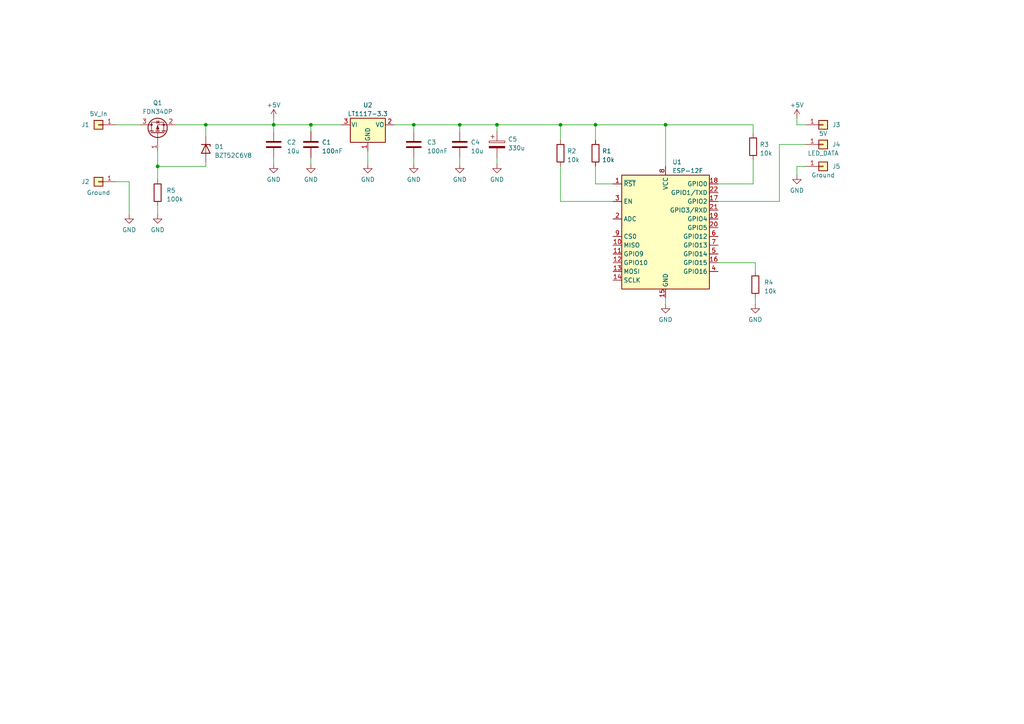
<source format=kicad_sch>
(kicad_sch (version 20230121) (generator eeschema)

  (uuid 870888b6-df15-4d73-be17-6f156e00007c)

  (paper "A4")

  (lib_symbols
    (symbol "Connector_Generic:Conn_01x01" (pin_names (offset 1.016) hide) (in_bom yes) (on_board yes)
      (property "Reference" "J" (at 0 2.54 0)
        (effects (font (size 1.27 1.27)))
      )
      (property "Value" "Conn_01x01" (at 0 -2.54 0)
        (effects (font (size 1.27 1.27)))
      )
      (property "Footprint" "" (at 0 0 0)
        (effects (font (size 1.27 1.27)) hide)
      )
      (property "Datasheet" "~" (at 0 0 0)
        (effects (font (size 1.27 1.27)) hide)
      )
      (property "ki_keywords" "connector" (at 0 0 0)
        (effects (font (size 1.27 1.27)) hide)
      )
      (property "ki_description" "Generic connector, single row, 01x01, script generated (kicad-library-utils/schlib/autogen/connector/)" (at 0 0 0)
        (effects (font (size 1.27 1.27)) hide)
      )
      (property "ki_fp_filters" "Connector*:*_1x??_*" (at 0 0 0)
        (effects (font (size 1.27 1.27)) hide)
      )
      (symbol "Conn_01x01_1_1"
        (rectangle (start -1.27 0.127) (end 0 -0.127)
          (stroke (width 0.1524) (type default))
          (fill (type none))
        )
        (rectangle (start -1.27 1.27) (end 1.27 -1.27)
          (stroke (width 0.254) (type default))
          (fill (type background))
        )
        (pin passive line (at -5.08 0 0) (length 3.81)
          (name "Pin_1" (effects (font (size 1.27 1.27))))
          (number "1" (effects (font (size 1.27 1.27))))
        )
      )
    )
    (symbol "Device:C" (pin_numbers hide) (pin_names (offset 0.254)) (in_bom yes) (on_board yes)
      (property "Reference" "C" (at 0.635 2.54 0)
        (effects (font (size 1.27 1.27)) (justify left))
      )
      (property "Value" "C" (at 0.635 -2.54 0)
        (effects (font (size 1.27 1.27)) (justify left))
      )
      (property "Footprint" "" (at 0.9652 -3.81 0)
        (effects (font (size 1.27 1.27)) hide)
      )
      (property "Datasheet" "~" (at 0 0 0)
        (effects (font (size 1.27 1.27)) hide)
      )
      (property "ki_keywords" "cap capacitor" (at 0 0 0)
        (effects (font (size 1.27 1.27)) hide)
      )
      (property "ki_description" "Unpolarized capacitor" (at 0 0 0)
        (effects (font (size 1.27 1.27)) hide)
      )
      (property "ki_fp_filters" "C_*" (at 0 0 0)
        (effects (font (size 1.27 1.27)) hide)
      )
      (symbol "C_0_1"
        (polyline
          (pts
            (xy -2.032 -0.762)
            (xy 2.032 -0.762)
          )
          (stroke (width 0.508) (type default))
          (fill (type none))
        )
        (polyline
          (pts
            (xy -2.032 0.762)
            (xy 2.032 0.762)
          )
          (stroke (width 0.508) (type default))
          (fill (type none))
        )
      )
      (symbol "C_1_1"
        (pin passive line (at 0 3.81 270) (length 2.794)
          (name "~" (effects (font (size 1.27 1.27))))
          (number "1" (effects (font (size 1.27 1.27))))
        )
        (pin passive line (at 0 -3.81 90) (length 2.794)
          (name "~" (effects (font (size 1.27 1.27))))
          (number "2" (effects (font (size 1.27 1.27))))
        )
      )
    )
    (symbol "Device:C_Polarized" (pin_numbers hide) (pin_names (offset 0.254)) (in_bom yes) (on_board yes)
      (property "Reference" "C" (at 0.635 2.54 0)
        (effects (font (size 1.27 1.27)) (justify left))
      )
      (property "Value" "C_Polarized" (at 0.635 -2.54 0)
        (effects (font (size 1.27 1.27)) (justify left))
      )
      (property "Footprint" "" (at 0.9652 -3.81 0)
        (effects (font (size 1.27 1.27)) hide)
      )
      (property "Datasheet" "~" (at 0 0 0)
        (effects (font (size 1.27 1.27)) hide)
      )
      (property "ki_keywords" "cap capacitor" (at 0 0 0)
        (effects (font (size 1.27 1.27)) hide)
      )
      (property "ki_description" "Polarized capacitor" (at 0 0 0)
        (effects (font (size 1.27 1.27)) hide)
      )
      (property "ki_fp_filters" "CP_*" (at 0 0 0)
        (effects (font (size 1.27 1.27)) hide)
      )
      (symbol "C_Polarized_0_1"
        (rectangle (start -2.286 0.508) (end 2.286 1.016)
          (stroke (width 0) (type default))
          (fill (type none))
        )
        (polyline
          (pts
            (xy -1.778 2.286)
            (xy -0.762 2.286)
          )
          (stroke (width 0) (type default))
          (fill (type none))
        )
        (polyline
          (pts
            (xy -1.27 2.794)
            (xy -1.27 1.778)
          )
          (stroke (width 0) (type default))
          (fill (type none))
        )
        (rectangle (start 2.286 -0.508) (end -2.286 -1.016)
          (stroke (width 0) (type default))
          (fill (type outline))
        )
      )
      (symbol "C_Polarized_1_1"
        (pin passive line (at 0 3.81 270) (length 2.794)
          (name "~" (effects (font (size 1.27 1.27))))
          (number "1" (effects (font (size 1.27 1.27))))
        )
        (pin passive line (at 0 -3.81 90) (length 2.794)
          (name "~" (effects (font (size 1.27 1.27))))
          (number "2" (effects (font (size 1.27 1.27))))
        )
      )
    )
    (symbol "Device:R" (pin_numbers hide) (pin_names (offset 0)) (in_bom yes) (on_board yes)
      (property "Reference" "R" (at 2.032 0 90)
        (effects (font (size 1.27 1.27)))
      )
      (property "Value" "R" (at 0 0 90)
        (effects (font (size 1.27 1.27)))
      )
      (property "Footprint" "" (at -1.778 0 90)
        (effects (font (size 1.27 1.27)) hide)
      )
      (property "Datasheet" "~" (at 0 0 0)
        (effects (font (size 1.27 1.27)) hide)
      )
      (property "ki_keywords" "R res resistor" (at 0 0 0)
        (effects (font (size 1.27 1.27)) hide)
      )
      (property "ki_description" "Resistor" (at 0 0 0)
        (effects (font (size 1.27 1.27)) hide)
      )
      (property "ki_fp_filters" "R_*" (at 0 0 0)
        (effects (font (size 1.27 1.27)) hide)
      )
      (symbol "R_0_1"
        (rectangle (start -1.016 -2.54) (end 1.016 2.54)
          (stroke (width 0.254) (type default))
          (fill (type none))
        )
      )
      (symbol "R_1_1"
        (pin passive line (at 0 3.81 270) (length 1.27)
          (name "~" (effects (font (size 1.27 1.27))))
          (number "1" (effects (font (size 1.27 1.27))))
        )
        (pin passive line (at 0 -3.81 90) (length 1.27)
          (name "~" (effects (font (size 1.27 1.27))))
          (number "2" (effects (font (size 1.27 1.27))))
        )
      )
    )
    (symbol "Diode:BZT52Bxx" (pin_numbers hide) (pin_names hide) (in_bom yes) (on_board yes)
      (property "Reference" "D" (at 0 2.54 0)
        (effects (font (size 1.27 1.27)))
      )
      (property "Value" "BZT52Bxx" (at 0 -2.54 0)
        (effects (font (size 1.27 1.27)))
      )
      (property "Footprint" "Diode_SMD:D_SOD-123F" (at 0 -4.445 0)
        (effects (font (size 1.27 1.27)) hide)
      )
      (property "Datasheet" "https://diotec.com/tl_files/diotec/files/pdf/datasheets/bzt52b2v4.pdf" (at 0 0 0)
        (effects (font (size 1.27 1.27)) hide)
      )
      (property "ki_keywords" "zener diode" (at 0 0 0)
        (effects (font (size 1.27 1.27)) hide)
      )
      (property "ki_description" "500mW Zener Diode, SOD-123F" (at 0 0 0)
        (effects (font (size 1.27 1.27)) hide)
      )
      (property "ki_fp_filters" "D?SOD?123F*" (at 0 0 0)
        (effects (font (size 1.27 1.27)) hide)
      )
      (symbol "BZT52Bxx_0_1"
        (polyline
          (pts
            (xy 1.27 0)
            (xy -1.27 0)
          )
          (stroke (width 0) (type default))
          (fill (type none))
        )
        (polyline
          (pts
            (xy -1.27 -1.27)
            (xy -1.27 1.27)
            (xy -0.762 1.27)
          )
          (stroke (width 0.254) (type default))
          (fill (type none))
        )
        (polyline
          (pts
            (xy 1.27 -1.27)
            (xy 1.27 1.27)
            (xy -1.27 0)
            (xy 1.27 -1.27)
          )
          (stroke (width 0.254) (type default))
          (fill (type none))
        )
      )
      (symbol "BZT52Bxx_1_1"
        (pin passive line (at -3.81 0 0) (length 2.54)
          (name "K" (effects (font (size 1.27 1.27))))
          (number "1" (effects (font (size 1.27 1.27))))
        )
        (pin passive line (at 3.81 0 180) (length 2.54)
          (name "A" (effects (font (size 1.27 1.27))))
          (number "2" (effects (font (size 1.27 1.27))))
        )
      )
    )
    (symbol "RF_Module:ESP-12F" (in_bom yes) (on_board yes)
      (property "Reference" "U" (at -12.7 19.05 0)
        (effects (font (size 1.27 1.27)) (justify left))
      )
      (property "Value" "ESP-12F" (at 12.7 19.05 0)
        (effects (font (size 1.27 1.27)) (justify right))
      )
      (property "Footprint" "RF_Module:ESP-12E" (at 0 0 0)
        (effects (font (size 1.27 1.27)) hide)
      )
      (property "Datasheet" "http://wiki.ai-thinker.com/_media/esp8266/esp8266_series_modules_user_manual_v1.1.pdf" (at -8.89 2.54 0)
        (effects (font (size 1.27 1.27)) hide)
      )
      (property "ki_keywords" "802.11 Wi-Fi" (at 0 0 0)
        (effects (font (size 1.27 1.27)) hide)
      )
      (property "ki_description" "802.11 b/g/n Wi-Fi Module" (at 0 0 0)
        (effects (font (size 1.27 1.27)) hide)
      )
      (property "ki_fp_filters" "ESP?12*" (at 0 0 0)
        (effects (font (size 1.27 1.27)) hide)
      )
      (symbol "ESP-12F_0_1"
        (rectangle (start -12.7 17.78) (end 12.7 -15.24)
          (stroke (width 0.254) (type default))
          (fill (type background))
        )
      )
      (symbol "ESP-12F_1_1"
        (pin input line (at -15.24 15.24 0) (length 2.54)
          (name "~{RST}" (effects (font (size 1.27 1.27))))
          (number "1" (effects (font (size 1.27 1.27))))
        )
        (pin bidirectional line (at -15.24 -2.54 0) (length 2.54)
          (name "MISO" (effects (font (size 1.27 1.27))))
          (number "10" (effects (font (size 1.27 1.27))))
        )
        (pin bidirectional line (at -15.24 -5.08 0) (length 2.54)
          (name "GPIO9" (effects (font (size 1.27 1.27))))
          (number "11" (effects (font (size 1.27 1.27))))
        )
        (pin bidirectional line (at -15.24 -7.62 0) (length 2.54)
          (name "GPIO10" (effects (font (size 1.27 1.27))))
          (number "12" (effects (font (size 1.27 1.27))))
        )
        (pin bidirectional line (at -15.24 -10.16 0) (length 2.54)
          (name "MOSI" (effects (font (size 1.27 1.27))))
          (number "13" (effects (font (size 1.27 1.27))))
        )
        (pin bidirectional line (at -15.24 -12.7 0) (length 2.54)
          (name "SCLK" (effects (font (size 1.27 1.27))))
          (number "14" (effects (font (size 1.27 1.27))))
        )
        (pin power_in line (at 0 -17.78 90) (length 2.54)
          (name "GND" (effects (font (size 1.27 1.27))))
          (number "15" (effects (font (size 1.27 1.27))))
        )
        (pin bidirectional line (at 15.24 -7.62 180) (length 2.54)
          (name "GPIO15" (effects (font (size 1.27 1.27))))
          (number "16" (effects (font (size 1.27 1.27))))
        )
        (pin bidirectional line (at 15.24 10.16 180) (length 2.54)
          (name "GPIO2" (effects (font (size 1.27 1.27))))
          (number "17" (effects (font (size 1.27 1.27))))
        )
        (pin bidirectional line (at 15.24 15.24 180) (length 2.54)
          (name "GPIO0" (effects (font (size 1.27 1.27))))
          (number "18" (effects (font (size 1.27 1.27))))
        )
        (pin bidirectional line (at 15.24 5.08 180) (length 2.54)
          (name "GPIO4" (effects (font (size 1.27 1.27))))
          (number "19" (effects (font (size 1.27 1.27))))
        )
        (pin input line (at -15.24 5.08 0) (length 2.54)
          (name "ADC" (effects (font (size 1.27 1.27))))
          (number "2" (effects (font (size 1.27 1.27))))
        )
        (pin bidirectional line (at 15.24 2.54 180) (length 2.54)
          (name "GPIO5" (effects (font (size 1.27 1.27))))
          (number "20" (effects (font (size 1.27 1.27))))
        )
        (pin bidirectional line (at 15.24 7.62 180) (length 2.54)
          (name "GPIO3/RXD" (effects (font (size 1.27 1.27))))
          (number "21" (effects (font (size 1.27 1.27))))
        )
        (pin bidirectional line (at 15.24 12.7 180) (length 2.54)
          (name "GPIO1/TXD" (effects (font (size 1.27 1.27))))
          (number "22" (effects (font (size 1.27 1.27))))
        )
        (pin input line (at -15.24 10.16 0) (length 2.54)
          (name "EN" (effects (font (size 1.27 1.27))))
          (number "3" (effects (font (size 1.27 1.27))))
        )
        (pin bidirectional line (at 15.24 -10.16 180) (length 2.54)
          (name "GPIO16" (effects (font (size 1.27 1.27))))
          (number "4" (effects (font (size 1.27 1.27))))
        )
        (pin bidirectional line (at 15.24 -5.08 180) (length 2.54)
          (name "GPIO14" (effects (font (size 1.27 1.27))))
          (number "5" (effects (font (size 1.27 1.27))))
        )
        (pin bidirectional line (at 15.24 0 180) (length 2.54)
          (name "GPIO12" (effects (font (size 1.27 1.27))))
          (number "6" (effects (font (size 1.27 1.27))))
        )
        (pin bidirectional line (at 15.24 -2.54 180) (length 2.54)
          (name "GPIO13" (effects (font (size 1.27 1.27))))
          (number "7" (effects (font (size 1.27 1.27))))
        )
        (pin power_in line (at 0 20.32 270) (length 2.54)
          (name "VCC" (effects (font (size 1.27 1.27))))
          (number "8" (effects (font (size 1.27 1.27))))
        )
        (pin input line (at -15.24 0 0) (length 2.54)
          (name "CS0" (effects (font (size 1.27 1.27))))
          (number "9" (effects (font (size 1.27 1.27))))
        )
      )
    )
    (symbol "Regulator_Linear:LT1117-3.3" (pin_names (offset 0.254)) (in_bom yes) (on_board yes)
      (property "Reference" "U" (at -3.81 3.175 0)
        (effects (font (size 1.27 1.27)))
      )
      (property "Value" "LT1117-3.3" (at 0 3.175 0)
        (effects (font (size 1.27 1.27)) (justify left))
      )
      (property "Footprint" "" (at 0 0 0)
        (effects (font (size 1.27 1.27)) hide)
      )
      (property "Datasheet" "https://www.analog.com/media/en/technical-documentation/data-sheets/1117fd.pdf" (at 0 0 0)
        (effects (font (size 1.27 1.27)) hide)
      )
      (property "ki_keywords" "linear regulator ldo fixed positive" (at 0 0 0)
        (effects (font (size 1.27 1.27)) hide)
      )
      (property "ki_description" "800mA Low-Dropout Linear Regulator, 3.3V fixed output, SOT-223/TO-263" (at 0 0 0)
        (effects (font (size 1.27 1.27)) hide)
      )
      (property "ki_fp_filters" "SOT?223* TO?263*" (at 0 0 0)
        (effects (font (size 1.27 1.27)) hide)
      )
      (symbol "LT1117-3.3_0_1"
        (rectangle (start -5.08 -5.08) (end 5.08 1.905)
          (stroke (width 0.254) (type default))
          (fill (type background))
        )
      )
      (symbol "LT1117-3.3_1_1"
        (pin power_in line (at 0 -7.62 90) (length 2.54)
          (name "GND" (effects (font (size 1.27 1.27))))
          (number "1" (effects (font (size 1.27 1.27))))
        )
        (pin power_out line (at 7.62 0 180) (length 2.54)
          (name "VO" (effects (font (size 1.27 1.27))))
          (number "2" (effects (font (size 1.27 1.27))))
        )
        (pin power_in line (at -7.62 0 0) (length 2.54)
          (name "VI" (effects (font (size 1.27 1.27))))
          (number "3" (effects (font (size 1.27 1.27))))
        )
      )
    )
    (symbol "Transistor_FET:FDN340P" (pin_names hide) (in_bom yes) (on_board yes)
      (property "Reference" "Q" (at 5.08 1.905 0)
        (effects (font (size 1.27 1.27)) (justify left))
      )
      (property "Value" "FDN340P" (at 5.08 0 0)
        (effects (font (size 1.27 1.27)) (justify left))
      )
      (property "Footprint" "Package_TO_SOT_SMD:SOT-23" (at 5.08 -1.905 0)
        (effects (font (size 1.27 1.27) italic) (justify left) hide)
      )
      (property "Datasheet" "https://www.onsemi.com/pub/Collateral/FDN340P-D.PDF" (at 0 0 0)
        (effects (font (size 1.27 1.27)) (justify left) hide)
      )
      (property "ki_keywords" "P-Channel MOSFET" (at 0 0 0)
        (effects (font (size 1.27 1.27)) hide)
      )
      (property "ki_description" "2A Id, 20V Vds, P-Channel MOSFET, 70mOhm Ron, SOT-23" (at 0 0 0)
        (effects (font (size 1.27 1.27)) hide)
      )
      (property "ki_fp_filters" "SOT?23*" (at 0 0 0)
        (effects (font (size 1.27 1.27)) hide)
      )
      (symbol "FDN340P_0_1"
        (polyline
          (pts
            (xy 0.254 0)
            (xy -2.54 0)
          )
          (stroke (width 0) (type default))
          (fill (type none))
        )
        (polyline
          (pts
            (xy 0.254 1.905)
            (xy 0.254 -1.905)
          )
          (stroke (width 0.254) (type default))
          (fill (type none))
        )
        (polyline
          (pts
            (xy 0.762 -1.27)
            (xy 0.762 -2.286)
          )
          (stroke (width 0.254) (type default))
          (fill (type none))
        )
        (polyline
          (pts
            (xy 0.762 0.508)
            (xy 0.762 -0.508)
          )
          (stroke (width 0.254) (type default))
          (fill (type none))
        )
        (polyline
          (pts
            (xy 0.762 2.286)
            (xy 0.762 1.27)
          )
          (stroke (width 0.254) (type default))
          (fill (type none))
        )
        (polyline
          (pts
            (xy 2.54 2.54)
            (xy 2.54 1.778)
          )
          (stroke (width 0) (type default))
          (fill (type none))
        )
        (polyline
          (pts
            (xy 2.54 -2.54)
            (xy 2.54 0)
            (xy 0.762 0)
          )
          (stroke (width 0) (type default))
          (fill (type none))
        )
        (polyline
          (pts
            (xy 0.762 1.778)
            (xy 3.302 1.778)
            (xy 3.302 -1.778)
            (xy 0.762 -1.778)
          )
          (stroke (width 0) (type default))
          (fill (type none))
        )
        (polyline
          (pts
            (xy 2.286 0)
            (xy 1.27 0.381)
            (xy 1.27 -0.381)
            (xy 2.286 0)
          )
          (stroke (width 0) (type default))
          (fill (type outline))
        )
        (polyline
          (pts
            (xy 2.794 -0.508)
            (xy 2.921 -0.381)
            (xy 3.683 -0.381)
            (xy 3.81 -0.254)
          )
          (stroke (width 0) (type default))
          (fill (type none))
        )
        (polyline
          (pts
            (xy 3.302 -0.381)
            (xy 2.921 0.254)
            (xy 3.683 0.254)
            (xy 3.302 -0.381)
          )
          (stroke (width 0) (type default))
          (fill (type none))
        )
        (circle (center 1.651 0) (radius 2.794)
          (stroke (width 0.254) (type default))
          (fill (type none))
        )
        (circle (center 2.54 -1.778) (radius 0.254)
          (stroke (width 0) (type default))
          (fill (type outline))
        )
        (circle (center 2.54 1.778) (radius 0.254)
          (stroke (width 0) (type default))
          (fill (type outline))
        )
      )
      (symbol "FDN340P_1_1"
        (pin input line (at -5.08 0 0) (length 2.54)
          (name "G" (effects (font (size 1.27 1.27))))
          (number "1" (effects (font (size 1.27 1.27))))
        )
        (pin passive line (at 2.54 -5.08 90) (length 2.54)
          (name "S" (effects (font (size 1.27 1.27))))
          (number "2" (effects (font (size 1.27 1.27))))
        )
        (pin passive line (at 2.54 5.08 270) (length 2.54)
          (name "D" (effects (font (size 1.27 1.27))))
          (number "3" (effects (font (size 1.27 1.27))))
        )
      )
    )
    (symbol "power:+5V" (power) (pin_names (offset 0)) (in_bom yes) (on_board yes)
      (property "Reference" "#PWR" (at 0 -3.81 0)
        (effects (font (size 1.27 1.27)) hide)
      )
      (property "Value" "+5V" (at 0 3.556 0)
        (effects (font (size 1.27 1.27)))
      )
      (property "Footprint" "" (at 0 0 0)
        (effects (font (size 1.27 1.27)) hide)
      )
      (property "Datasheet" "" (at 0 0 0)
        (effects (font (size 1.27 1.27)) hide)
      )
      (property "ki_keywords" "global power" (at 0 0 0)
        (effects (font (size 1.27 1.27)) hide)
      )
      (property "ki_description" "Power symbol creates a global label with name \"+5V\"" (at 0 0 0)
        (effects (font (size 1.27 1.27)) hide)
      )
      (symbol "+5V_0_1"
        (polyline
          (pts
            (xy -0.762 1.27)
            (xy 0 2.54)
          )
          (stroke (width 0) (type default))
          (fill (type none))
        )
        (polyline
          (pts
            (xy 0 0)
            (xy 0 2.54)
          )
          (stroke (width 0) (type default))
          (fill (type none))
        )
        (polyline
          (pts
            (xy 0 2.54)
            (xy 0.762 1.27)
          )
          (stroke (width 0) (type default))
          (fill (type none))
        )
      )
      (symbol "+5V_1_1"
        (pin power_in line (at 0 0 90) (length 0) hide
          (name "+5V" (effects (font (size 1.27 1.27))))
          (number "1" (effects (font (size 1.27 1.27))))
        )
      )
    )
    (symbol "power:GND" (power) (pin_names (offset 0)) (in_bom yes) (on_board yes)
      (property "Reference" "#PWR" (at 0 -6.35 0)
        (effects (font (size 1.27 1.27)) hide)
      )
      (property "Value" "GND" (at 0 -3.81 0)
        (effects (font (size 1.27 1.27)))
      )
      (property "Footprint" "" (at 0 0 0)
        (effects (font (size 1.27 1.27)) hide)
      )
      (property "Datasheet" "" (at 0 0 0)
        (effects (font (size 1.27 1.27)) hide)
      )
      (property "ki_keywords" "global power" (at 0 0 0)
        (effects (font (size 1.27 1.27)) hide)
      )
      (property "ki_description" "Power symbol creates a global label with name \"GND\" , ground" (at 0 0 0)
        (effects (font (size 1.27 1.27)) hide)
      )
      (symbol "GND_0_1"
        (polyline
          (pts
            (xy 0 0)
            (xy 0 -1.27)
            (xy 1.27 -1.27)
            (xy 0 -2.54)
            (xy -1.27 -1.27)
            (xy 0 -1.27)
          )
          (stroke (width 0) (type default))
          (fill (type none))
        )
      )
      (symbol "GND_1_1"
        (pin power_in line (at 0 0 270) (length 0) hide
          (name "GND" (effects (font (size 1.27 1.27))))
          (number "1" (effects (font (size 1.27 1.27))))
        )
      )
    )
  )

  (junction (at 59.69 36.195) (diameter 0) (color 0 0 0 0)
    (uuid 0a6688ec-e741-43b3-861e-92607d88450b)
  )
  (junction (at 172.72 36.195) (diameter 0) (color 0 0 0 0)
    (uuid 1d469170-0e6e-4d67-af9a-30055e50aee0)
  )
  (junction (at 193.04 36.195) (diameter 0) (color 0 0 0 0)
    (uuid 2ef81145-45e5-478f-a658-4d1b134f823e)
  )
  (junction (at 45.72 48.26) (diameter 0) (color 0 0 0 0)
    (uuid 63109140-2d77-4c86-8544-b6eb3beda08c)
  )
  (junction (at 162.56 36.195) (diameter 0) (color 0 0 0 0)
    (uuid 649b38ec-67f1-4345-96a7-23acafc29851)
  )
  (junction (at 90.17 36.195) (diameter 0) (color 0 0 0 0)
    (uuid 6d4c4df8-0e51-4c9e-94f7-c97c21f12ec1)
  )
  (junction (at 79.375 36.195) (diameter 0) (color 0 0 0 0)
    (uuid a4532168-cba7-434e-ba6e-c5cb88a78b20)
  )
  (junction (at 133.35 36.195) (diameter 0) (color 0 0 0 0)
    (uuid aa4784d4-414e-4d05-9532-76ffe4849e54)
  )
  (junction (at 120.015 36.195) (diameter 0) (color 0 0 0 0)
    (uuid b325cd77-3401-4c6a-a4d6-2d77e36c1388)
  )
  (junction (at 144.145 36.195) (diameter 0) (color 0 0 0 0)
    (uuid e8b4eaa1-bd1f-40d4-9dd6-5d57a28f482e)
  )

  (wire (pts (xy 231.14 48.26) (xy 233.68 48.26))
    (stroke (width 0) (type default))
    (uuid 01477afb-5415-4943-953f-358d54583f61)
  )
  (wire (pts (xy 162.56 36.195) (xy 172.72 36.195))
    (stroke (width 0) (type default))
    (uuid 20e3a2df-6d9a-4588-afd7-57e75f516998)
  )
  (wire (pts (xy 79.375 45.72) (xy 79.375 47.625))
    (stroke (width 0) (type default))
    (uuid 26dc63a3-bc52-4667-ac6c-d60b167fad0c)
  )
  (wire (pts (xy 219.075 86.36) (xy 219.075 88.265))
    (stroke (width 0) (type default))
    (uuid 27242a0e-d75f-4916-828d-71d1262dcd66)
  )
  (wire (pts (xy 90.17 36.195) (xy 90.17 38.1))
    (stroke (width 0) (type default))
    (uuid 2af63fe7-d516-4831-8ef6-1fe297f0e3e9)
  )
  (wire (pts (xy 193.04 36.195) (xy 193.04 48.26))
    (stroke (width 0) (type default))
    (uuid 2db5e8b2-b91d-451b-84a6-8ffaaeb966a1)
  )
  (wire (pts (xy 33.655 36.195) (xy 40.64 36.195))
    (stroke (width 0) (type default))
    (uuid 31eeb453-fe5f-42c9-9419-e04cc6e645ea)
  )
  (wire (pts (xy 120.015 36.195) (xy 120.015 38.1))
    (stroke (width 0) (type default))
    (uuid 33127461-581f-46da-8696-a667afe3979c)
  )
  (wire (pts (xy 90.17 36.195) (xy 99.06 36.195))
    (stroke (width 0) (type default))
    (uuid 3ae92bf6-0286-48cb-aa5e-63c4e27f7fe6)
  )
  (wire (pts (xy 177.8 53.34) (xy 172.72 53.34))
    (stroke (width 0) (type default))
    (uuid 3e1a3cf1-5b16-461e-8cbf-e03ebb409f01)
  )
  (wire (pts (xy 133.35 36.195) (xy 144.145 36.195))
    (stroke (width 0) (type default))
    (uuid 42f1bacf-c52a-414e-8a37-0f3600454bbb)
  )
  (wire (pts (xy 120.015 36.195) (xy 133.35 36.195))
    (stroke (width 0) (type default))
    (uuid 52096809-b205-4b27-bab5-916ffd322a11)
  )
  (wire (pts (xy 59.69 46.99) (xy 59.69 48.26))
    (stroke (width 0) (type default))
    (uuid 52681d54-f738-4e73-8e54-30006c57dddb)
  )
  (wire (pts (xy 177.8 58.42) (xy 162.56 58.42))
    (stroke (width 0) (type default))
    (uuid 56e5fc41-c3bc-4ac1-ad8b-bede8aa858cb)
  )
  (wire (pts (xy 218.44 38.735) (xy 218.44 36.195))
    (stroke (width 0) (type default))
    (uuid 5f2bdf48-d8c5-4d30-a6e3-0c1f202ae3ad)
  )
  (wire (pts (xy 193.04 86.36) (xy 193.04 88.265))
    (stroke (width 0) (type default))
    (uuid 627470f0-399c-4c23-afb1-84f9aa568fc5)
  )
  (wire (pts (xy 233.68 36.195) (xy 231.14 36.195))
    (stroke (width 0) (type default))
    (uuid 6540aa62-b736-4d3c-bdc0-f4843928dd7a)
  )
  (wire (pts (xy 37.465 62.23) (xy 37.465 52.705))
    (stroke (width 0) (type default))
    (uuid 67e76ca1-3781-4820-8ba0-aa7ef05584ab)
  )
  (wire (pts (xy 226.06 41.91) (xy 233.68 41.91))
    (stroke (width 0) (type default))
    (uuid 69981d4f-3cd6-4c8c-9cfa-414cc042afc9)
  )
  (wire (pts (xy 114.3 36.195) (xy 120.015 36.195))
    (stroke (width 0) (type default))
    (uuid 6b442296-3e1f-4566-b420-5541698e3915)
  )
  (wire (pts (xy 219.075 76.2) (xy 219.075 78.74))
    (stroke (width 0) (type default))
    (uuid 6b5f2f67-35ed-4412-b1c4-d414d039ffb1)
  )
  (wire (pts (xy 144.145 45.72) (xy 144.145 47.625))
    (stroke (width 0) (type default))
    (uuid 70473339-e4b7-44ba-b849-9f243744d4dc)
  )
  (wire (pts (xy 50.8 36.195) (xy 59.69 36.195))
    (stroke (width 0) (type default))
    (uuid 81df579e-48b5-486e-9ce9-fc64197ab897)
  )
  (wire (pts (xy 59.69 39.37) (xy 59.69 36.195))
    (stroke (width 0) (type default))
    (uuid 8233ad04-edf5-4e33-bfd6-994a9d67a5b5)
  )
  (wire (pts (xy 79.375 34.29) (xy 79.375 36.195))
    (stroke (width 0) (type default))
    (uuid 8a98a985-9e07-4a90-9ecc-3ffb8dcdf3d0)
  )
  (wire (pts (xy 133.35 36.195) (xy 133.35 38.1))
    (stroke (width 0) (type default))
    (uuid 903be4d9-1ef9-4d1b-8b9a-b8ffe6f2a4d1)
  )
  (wire (pts (xy 90.17 45.72) (xy 90.17 47.625))
    (stroke (width 0) (type default))
    (uuid 9a7b9b62-6c4c-4ba7-8562-4ed07f174e7e)
  )
  (wire (pts (xy 172.72 36.195) (xy 193.04 36.195))
    (stroke (width 0) (type default))
    (uuid 9ab99bf7-593f-4856-9673-2ec7bf109030)
  )
  (wire (pts (xy 120.015 45.72) (xy 120.015 47.625))
    (stroke (width 0) (type default))
    (uuid 9ecc6f15-2c06-4a0c-9cbc-f6d8e4a7f0d7)
  )
  (wire (pts (xy 208.28 53.34) (xy 218.44 53.34))
    (stroke (width 0) (type default))
    (uuid a4ef6bee-4f4e-44d6-89d7-1618cfc6632b)
  )
  (wire (pts (xy 133.35 45.72) (xy 133.35 47.625))
    (stroke (width 0) (type default))
    (uuid a69d0db2-f4b7-49eb-855d-d93d56b492f9)
  )
  (wire (pts (xy 162.56 36.195) (xy 162.56 40.64))
    (stroke (width 0) (type default))
    (uuid a74845d1-584b-4f86-975f-b68ef221dfc2)
  )
  (wire (pts (xy 162.56 58.42) (xy 162.56 48.26))
    (stroke (width 0) (type default))
    (uuid ab0e52ae-d93d-421f-8fae-ca68075c5ffb)
  )
  (wire (pts (xy 79.375 36.195) (xy 90.17 36.195))
    (stroke (width 0) (type default))
    (uuid ab4b8864-fd14-4a2c-9499-87e76a96f925)
  )
  (wire (pts (xy 45.72 59.69) (xy 45.72 62.23))
    (stroke (width 0) (type default))
    (uuid af3237f4-e6e2-4f4b-8ebf-ee3435730581)
  )
  (wire (pts (xy 172.72 36.195) (xy 172.72 40.64))
    (stroke (width 0) (type default))
    (uuid b15157c7-c4a4-41b6-93e3-b5470897ec66)
  )
  (wire (pts (xy 45.72 43.815) (xy 45.72 48.26))
    (stroke (width 0) (type default))
    (uuid b2624d3f-4fe2-4d0c-a397-66d23acf1dff)
  )
  (wire (pts (xy 218.44 53.34) (xy 218.44 46.355))
    (stroke (width 0) (type default))
    (uuid bb3fb3c9-6d2a-41c7-ba5e-310be0bac2d3)
  )
  (wire (pts (xy 37.465 52.705) (xy 33.655 52.705))
    (stroke (width 0) (type default))
    (uuid bd9f020c-2f54-4716-a5aa-e7a4f8dbe8e5)
  )
  (wire (pts (xy 79.375 36.195) (xy 79.375 38.1))
    (stroke (width 0) (type default))
    (uuid be8da317-af60-4b48-af92-1faa49d45e78)
  )
  (wire (pts (xy 106.68 43.815) (xy 106.68 47.625))
    (stroke (width 0) (type default))
    (uuid ca61c0c9-b956-4320-ba9c-5c6b3f9a791b)
  )
  (wire (pts (xy 59.69 48.26) (xy 45.72 48.26))
    (stroke (width 0) (type default))
    (uuid cbed473c-39b0-4e0d-b5d6-dddbe2110a59)
  )
  (wire (pts (xy 172.72 53.34) (xy 172.72 48.26))
    (stroke (width 0) (type default))
    (uuid d03563ad-c4d2-4f4f-8c5b-a6bfc935fe50)
  )
  (wire (pts (xy 144.145 36.195) (xy 144.145 38.1))
    (stroke (width 0) (type default))
    (uuid d50d0ae2-14b0-4c76-975b-194392181807)
  )
  (wire (pts (xy 226.06 58.42) (xy 226.06 41.91))
    (stroke (width 0) (type default))
    (uuid d58f73bd-be89-4204-bae3-8f8c17986d7a)
  )
  (wire (pts (xy 208.28 58.42) (xy 226.06 58.42))
    (stroke (width 0) (type default))
    (uuid d5fe200d-3626-4f70-80ad-9be712127e86)
  )
  (wire (pts (xy 45.72 48.26) (xy 45.72 52.07))
    (stroke (width 0) (type default))
    (uuid da14c559-8261-4013-87dc-38b1d8003df0)
  )
  (wire (pts (xy 59.69 36.195) (xy 79.375 36.195))
    (stroke (width 0) (type default))
    (uuid ed600c76-8873-4612-9873-b38ce79fe5e5)
  )
  (wire (pts (xy 218.44 36.195) (xy 193.04 36.195))
    (stroke (width 0) (type default))
    (uuid ef709048-d581-49c8-a096-555431dd85ea)
  )
  (wire (pts (xy 231.14 36.195) (xy 231.14 34.29))
    (stroke (width 0) (type default))
    (uuid f11f9fa2-626a-4ac6-8f1a-19e49460c169)
  )
  (wire (pts (xy 144.145 36.195) (xy 162.56 36.195))
    (stroke (width 0) (type default))
    (uuid f2592efe-a535-43b1-9f76-0d4fde007314)
  )
  (wire (pts (xy 208.28 76.2) (xy 219.075 76.2))
    (stroke (width 0) (type default))
    (uuid fce48b13-13cb-41cb-9c49-a24ec86b0770)
  )
  (wire (pts (xy 231.14 50.8) (xy 231.14 48.26))
    (stroke (width 0) (type default))
    (uuid fcfbf7ff-c0fe-4a06-8525-e8d507dd666c)
  )

  (symbol (lib_id "Connector_Generic:Conn_01x01") (at 238.76 48.26 0) (mirror x) (unit 1)
    (in_bom yes) (on_board yes) (dnp no)
    (uuid 028cb04d-db86-409f-85f2-33c4aa1de55d)
    (property "Reference" "J5" (at 242.57 48.26 0)
      (effects (font (size 1.27 1.27)))
    )
    (property "Value" "Ground" (at 238.76 50.8 0)
      (effects (font (size 1.27 1.27)))
    )
    (property "Footprint" "Connector_PinSocket_2.54mm:PinSocket_1x01_P2.54mm_Vertical" (at 238.76 48.26 0)
      (effects (font (size 1.27 1.27)) hide)
    )
    (property "Datasheet" "~" (at 238.76 48.26 0)
      (effects (font (size 1.27 1.27)) hide)
    )
    (property "Mouser" "N/A" (at 238.76 48.26 0)
      (effects (font (size 1.27 1.27)) hide)
    )
    (pin "1" (uuid b2d1d700-90dd-4347-aa0a-15c4d0a676b0))
    (instances
      (project "InfinitiMirror"
        (path "/870888b6-df15-4d73-be17-6f156e00007c"
          (reference "J5") (unit 1)
        )
      )
    )
  )

  (symbol (lib_id "power:GND") (at 133.35 47.625 0) (unit 1)
    (in_bom yes) (on_board yes) (dnp no) (fields_autoplaced)
    (uuid 02928a98-162f-4ca9-9d24-fd5139a6895c)
    (property "Reference" "#PWR05" (at 133.35 53.975 0)
      (effects (font (size 1.27 1.27)) hide)
    )
    (property "Value" "GND" (at 133.35 52.07 0)
      (effects (font (size 1.27 1.27)))
    )
    (property "Footprint" "" (at 133.35 47.625 0)
      (effects (font (size 1.27 1.27)) hide)
    )
    (property "Datasheet" "" (at 133.35 47.625 0)
      (effects (font (size 1.27 1.27)) hide)
    )
    (pin "1" (uuid eeaff8b2-af75-4337-a5ae-67ec2ffce794))
    (instances
      (project "InfinitiMirror"
        (path "/870888b6-df15-4d73-be17-6f156e00007c"
          (reference "#PWR05") (unit 1)
        )
      )
    )
  )

  (symbol (lib_id "Device:C") (at 90.17 41.91 0) (unit 1)
    (in_bom yes) (on_board yes) (dnp no) (fields_autoplaced)
    (uuid 07033fec-3cb6-4360-b827-a3646a78acca)
    (property "Reference" "C1" (at 93.345 41.275 0)
      (effects (font (size 1.27 1.27)) (justify left))
    )
    (property "Value" "100nF" (at 93.345 43.815 0)
      (effects (font (size 1.27 1.27)) (justify left))
    )
    (property "Footprint" "Capacitor_SMD:C_0805_2012Metric" (at 91.1352 45.72 0)
      (effects (font (size 1.27 1.27)) hide)
    )
    (property "Datasheet" "~" (at 90.17 41.91 0)
      (effects (font (size 1.27 1.27)) hide)
    )
    (property "Mouser" "CL21B104KBCNNNL" (at 90.17 41.91 0)
      (effects (font (size 1.27 1.27)) hide)
    )
    (pin "1" (uuid b9c4aa3a-1f05-45c6-9faf-881496676d72))
    (pin "2" (uuid 2f0ffd97-ce3f-4be9-89d0-ae9c8f57a476))
    (instances
      (project "InfinitiMirror"
        (path "/870888b6-df15-4d73-be17-6f156e00007c"
          (reference "C1") (unit 1)
        )
      )
    )
  )

  (symbol (lib_id "power:GND") (at 37.465 62.23 0) (unit 1)
    (in_bom yes) (on_board yes) (dnp no) (fields_autoplaced)
    (uuid 179fa025-7288-4b06-a599-92940eb923f4)
    (property "Reference" "#PWR07" (at 37.465 68.58 0)
      (effects (font (size 1.27 1.27)) hide)
    )
    (property "Value" "GND" (at 37.465 66.675 0)
      (effects (font (size 1.27 1.27)))
    )
    (property "Footprint" "" (at 37.465 62.23 0)
      (effects (font (size 1.27 1.27)) hide)
    )
    (property "Datasheet" "" (at 37.465 62.23 0)
      (effects (font (size 1.27 1.27)) hide)
    )
    (pin "1" (uuid dbbe22dc-cfd2-4154-83fd-0583506697a6))
    (instances
      (project "InfinitiMirror"
        (path "/870888b6-df15-4d73-be17-6f156e00007c"
          (reference "#PWR07") (unit 1)
        )
      )
    )
  )

  (symbol (lib_id "Connector_Generic:Conn_01x01") (at 28.575 52.705 180) (unit 1)
    (in_bom yes) (on_board yes) (dnp no)
    (uuid 2128119c-fcda-44bf-b4c7-77c0ec78e8cb)
    (property "Reference" "J2" (at 24.765 52.705 0)
      (effects (font (size 1.27 1.27)))
    )
    (property "Value" "Ground" (at 28.575 55.88 0)
      (effects (font (size 1.27 1.27)))
    )
    (property "Footprint" "Connector_PinSocket_2.54mm:PinSocket_1x01_P2.54mm_Vertical" (at 28.575 52.705 0)
      (effects (font (size 1.27 1.27)) hide)
    )
    (property "Datasheet" "~" (at 28.575 52.705 0)
      (effects (font (size 1.27 1.27)) hide)
    )
    (property "Mouser" "N/A" (at 28.575 52.705 0)
      (effects (font (size 1.27 1.27)) hide)
    )
    (pin "1" (uuid d5a7e1b6-9d86-45fe-8c5e-33b9ce83f653))
    (instances
      (project "InfinitiMirror"
        (path "/870888b6-df15-4d73-be17-6f156e00007c"
          (reference "J2") (unit 1)
        )
      )
    )
  )

  (symbol (lib_id "Device:R") (at 172.72 44.45 0) (unit 1)
    (in_bom yes) (on_board yes) (dnp no) (fields_autoplaced)
    (uuid 2777e98f-2f49-44c6-925b-32f909ed090e)
    (property "Reference" "R1" (at 174.625 43.815 0)
      (effects (font (size 1.27 1.27)) (justify left))
    )
    (property "Value" "10k" (at 174.625 46.355 0)
      (effects (font (size 1.27 1.27)) (justify left))
    )
    (property "Footprint" "Resistor_SMD:R_0805_2012Metric" (at 170.942 44.45 90)
      (effects (font (size 1.27 1.27)) hide)
    )
    (property "Datasheet" "~" (at 172.72 44.45 0)
      (effects (font (size 1.27 1.27)) hide)
    )
    (property "Mouser" "CR0805-JW-103ELF" (at 172.72 44.45 0)
      (effects (font (size 1.27 1.27)) hide)
    )
    (pin "1" (uuid 63945d3c-6289-44b2-9c3f-8cc8d64a6356))
    (pin "2" (uuid b477d31a-82cd-4c2d-b801-a7a61a35c5d5))
    (instances
      (project "InfinitiMirror"
        (path "/870888b6-df15-4d73-be17-6f156e00007c"
          (reference "R1") (unit 1)
        )
      )
    )
  )

  (symbol (lib_id "power:GND") (at 144.145 47.625 0) (unit 1)
    (in_bom yes) (on_board yes) (dnp no) (fields_autoplaced)
    (uuid 3d79058a-e3eb-424a-9c04-409bed50f91c)
    (property "Reference" "#PWR06" (at 144.145 53.975 0)
      (effects (font (size 1.27 1.27)) hide)
    )
    (property "Value" "GND" (at 144.145 52.07 0)
      (effects (font (size 1.27 1.27)))
    )
    (property "Footprint" "" (at 144.145 47.625 0)
      (effects (font (size 1.27 1.27)) hide)
    )
    (property "Datasheet" "" (at 144.145 47.625 0)
      (effects (font (size 1.27 1.27)) hide)
    )
    (pin "1" (uuid 386b5639-d41a-473c-b6cf-c0e241981cc4))
    (instances
      (project "InfinitiMirror"
        (path "/870888b6-df15-4d73-be17-6f156e00007c"
          (reference "#PWR06") (unit 1)
        )
      )
    )
  )

  (symbol (lib_id "power:GND") (at 120.015 47.625 0) (unit 1)
    (in_bom yes) (on_board yes) (dnp no) (fields_autoplaced)
    (uuid 489b8a28-4e0f-486d-adaf-d349ff63df45)
    (property "Reference" "#PWR04" (at 120.015 53.975 0)
      (effects (font (size 1.27 1.27)) hide)
    )
    (property "Value" "GND" (at 120.015 52.07 0)
      (effects (font (size 1.27 1.27)))
    )
    (property "Footprint" "" (at 120.015 47.625 0)
      (effects (font (size 1.27 1.27)) hide)
    )
    (property "Datasheet" "" (at 120.015 47.625 0)
      (effects (font (size 1.27 1.27)) hide)
    )
    (pin "1" (uuid a4bc646d-f328-4c18-a16a-166ce1ce48c0))
    (instances
      (project "InfinitiMirror"
        (path "/870888b6-df15-4d73-be17-6f156e00007c"
          (reference "#PWR04") (unit 1)
        )
      )
    )
  )

  (symbol (lib_id "RF_Module:ESP-12F") (at 193.04 68.58 0) (unit 1)
    (in_bom yes) (on_board yes) (dnp no) (fields_autoplaced)
    (uuid 4bd6ae6e-a272-4e23-9319-9889ecb6d2aa)
    (property "Reference" "U1" (at 194.9959 46.99 0)
      (effects (font (size 1.27 1.27)) (justify left))
    )
    (property "Value" "ESP-12F" (at 194.9959 49.53 0)
      (effects (font (size 1.27 1.27)) (justify left))
    )
    (property "Footprint" "RF_Module:ESP-12E" (at 193.04 68.58 0)
      (effects (font (size 1.27 1.27)) hide)
    )
    (property "Datasheet" "http://wiki.ai-thinker.com/_media/esp8266/esp8266_series_modules_user_manual_v1.1.pdf" (at 184.15 66.04 0)
      (effects (font (size 1.27 1.27)) hide)
    )
    (property "Mouser" "Im Labor" (at 193.04 68.58 0)
      (effects (font (size 1.27 1.27)) hide)
    )
    (pin "1" (uuid 093d3624-61fb-4eae-8529-f8e6107b9416))
    (pin "10" (uuid ade53d3c-805a-403c-be82-0a1ecc29f2ce))
    (pin "11" (uuid 5427c99c-be37-4a7b-b59a-062d50bfb245))
    (pin "12" (uuid 6cf7dcac-8fb7-479a-a5cf-f6ca0acabffe))
    (pin "13" (uuid 6b9d9adb-1563-4021-b6a0-0170cceeeb29))
    (pin "14" (uuid ad0cbf7d-5428-4846-b9e4-954f6075b251))
    (pin "15" (uuid 36522ba9-db69-4f04-ad07-0ba47213b3eb))
    (pin "16" (uuid 18f89eb7-b7d6-4ad5-a18e-7946a98d832a))
    (pin "17" (uuid 1f3d8e39-8538-4f14-a439-11ed9edf482c))
    (pin "18" (uuid da2d64b1-3477-4cbd-afbb-b0edfa595159))
    (pin "19" (uuid 08c03b89-fefe-41a0-a40d-211b598a2c62))
    (pin "2" (uuid 028a785c-75e0-4563-aa41-14b2aaf99d9f))
    (pin "20" (uuid 80435a18-8ebe-4add-8ae1-4b9f25c6e668))
    (pin "21" (uuid dc86c3b5-9ddf-470e-bd93-518b75715e21))
    (pin "22" (uuid 971eee25-3e29-4c19-bb84-1547cd68bfee))
    (pin "3" (uuid 4aa95003-4712-45ec-9fc4-121740e076e4))
    (pin "4" (uuid ab337d6d-bb9d-4ca6-b863-c76270a26ab4))
    (pin "5" (uuid 5e579429-4d6e-4018-a13f-9eae8aa09dfd))
    (pin "6" (uuid 61440382-f258-4eed-a991-2f13262bbad9))
    (pin "7" (uuid d8e4d310-3e1d-4842-a222-55039defb8d7))
    (pin "8" (uuid 0f4c66ea-2920-4ac0-be24-86eb0cec9646))
    (pin "9" (uuid 3579d79a-c4df-4104-a36a-03d6ad970328))
    (instances
      (project "InfinitiMirror"
        (path "/870888b6-df15-4d73-be17-6f156e00007c"
          (reference "U1") (unit 1)
        )
      )
    )
  )

  (symbol (lib_id "Connector_Generic:Conn_01x01") (at 28.575 36.195 180) (unit 1)
    (in_bom yes) (on_board yes) (dnp no)
    (uuid 5b8e3784-c986-4635-993c-bf2fc248432a)
    (property "Reference" "J1" (at 24.765 36.195 0)
      (effects (font (size 1.27 1.27)))
    )
    (property "Value" "5V_In" (at 28.575 33.02 0)
      (effects (font (size 1.27 1.27)))
    )
    (property "Footprint" "Connector_PinSocket_2.54mm:PinSocket_1x01_P2.54mm_Vertical" (at 28.575 36.195 0)
      (effects (font (size 1.27 1.27)) hide)
    )
    (property "Datasheet" "~" (at 28.575 36.195 0)
      (effects (font (size 1.27 1.27)) hide)
    )
    (property "Mouser" "N/A" (at 28.575 36.195 0)
      (effects (font (size 1.27 1.27)) hide)
    )
    (pin "1" (uuid 0b8a0eec-d422-4d5b-be0b-5ff1aec0b6bc))
    (instances
      (project "InfinitiMirror"
        (path "/870888b6-df15-4d73-be17-6f156e00007c"
          (reference "J1") (unit 1)
        )
      )
    )
  )

  (symbol (lib_id "power:+5V") (at 79.375 34.29 0) (unit 1)
    (in_bom yes) (on_board yes) (dnp no) (fields_autoplaced)
    (uuid 5ef666f5-510c-48f1-8659-b4c4f9d77e77)
    (property "Reference" "#PWR011" (at 79.375 38.1 0)
      (effects (font (size 1.27 1.27)) hide)
    )
    (property "Value" "+5V" (at 79.375 30.48 0)
      (effects (font (size 1.27 1.27)))
    )
    (property "Footprint" "" (at 79.375 34.29 0)
      (effects (font (size 1.27 1.27)) hide)
    )
    (property "Datasheet" "" (at 79.375 34.29 0)
      (effects (font (size 1.27 1.27)) hide)
    )
    (pin "1" (uuid f7b5de1e-4393-417e-88bb-efd6d12dfccf))
    (instances
      (project "InfinitiMirror"
        (path "/870888b6-df15-4d73-be17-6f156e00007c"
          (reference "#PWR011") (unit 1)
        )
      )
    )
  )

  (symbol (lib_id "Device:R") (at 218.44 42.545 0) (unit 1)
    (in_bom yes) (on_board yes) (dnp no) (fields_autoplaced)
    (uuid 65418a23-a52d-44a8-a964-050fdfb3f7e7)
    (property "Reference" "R3" (at 220.345 41.91 0)
      (effects (font (size 1.27 1.27)) (justify left))
    )
    (property "Value" "10k" (at 220.345 44.45 0)
      (effects (font (size 1.27 1.27)) (justify left))
    )
    (property "Footprint" "Resistor_SMD:R_0805_2012Metric" (at 216.662 42.545 90)
      (effects (font (size 1.27 1.27)) hide)
    )
    (property "Datasheet" "~" (at 218.44 42.545 0)
      (effects (font (size 1.27 1.27)) hide)
    )
    (property "Mouser" "CR0805-JW-103ELF" (at 218.44 42.545 0)
      (effects (font (size 1.27 1.27)) hide)
    )
    (pin "1" (uuid e385a4e9-db9c-486c-a4b7-08440a96be83))
    (pin "2" (uuid d711cdb9-f1ed-445a-8c93-3311be42c244))
    (instances
      (project "InfinitiMirror"
        (path "/870888b6-df15-4d73-be17-6f156e00007c"
          (reference "R3") (unit 1)
        )
      )
    )
  )

  (symbol (lib_id "Connector_Generic:Conn_01x01") (at 238.76 41.91 0) (mirror x) (unit 1)
    (in_bom yes) (on_board yes) (dnp no)
    (uuid 6b47fea6-3be6-47b2-b2fa-2caf89f0296a)
    (property "Reference" "J4" (at 242.57 41.91 0)
      (effects (font (size 1.27 1.27)))
    )
    (property "Value" "LED_DATA" (at 238.76 44.45 0)
      (effects (font (size 1.27 1.27)))
    )
    (property "Footprint" "Connector_PinSocket_2.54mm:PinSocket_1x01_P2.54mm_Vertical" (at 238.76 41.91 0)
      (effects (font (size 1.27 1.27)) hide)
    )
    (property "Datasheet" "~" (at 238.76 41.91 0)
      (effects (font (size 1.27 1.27)) hide)
    )
    (property "Mouser" "N/A" (at 238.76 41.91 0)
      (effects (font (size 1.27 1.27)) hide)
    )
    (pin "1" (uuid 1b21ad02-e266-4799-9416-fd509b2d360d))
    (instances
      (project "InfinitiMirror"
        (path "/870888b6-df15-4d73-be17-6f156e00007c"
          (reference "J4") (unit 1)
        )
      )
    )
  )

  (symbol (lib_id "Device:R") (at 219.075 82.55 0) (unit 1)
    (in_bom yes) (on_board yes) (dnp no) (fields_autoplaced)
    (uuid 789d4c9b-1b63-4ee7-a7e3-51709aafe105)
    (property "Reference" "R4" (at 221.615 81.915 0)
      (effects (font (size 1.27 1.27)) (justify left))
    )
    (property "Value" "10k" (at 221.615 84.455 0)
      (effects (font (size 1.27 1.27)) (justify left))
    )
    (property "Footprint" "Resistor_SMD:R_0805_2012Metric" (at 217.297 82.55 90)
      (effects (font (size 1.27 1.27)) hide)
    )
    (property "Datasheet" "~" (at 219.075 82.55 0)
      (effects (font (size 1.27 1.27)) hide)
    )
    (property "Mouser" "CR0805-JW-103ELF" (at 219.075 82.55 0)
      (effects (font (size 1.27 1.27)) hide)
    )
    (pin "1" (uuid 015bfc67-4815-43ef-826c-ef30041a0a37))
    (pin "2" (uuid 7c1c43b7-c668-408b-b76a-e3e03c02d772))
    (instances
      (project "InfinitiMirror"
        (path "/870888b6-df15-4d73-be17-6f156e00007c"
          (reference "R4") (unit 1)
        )
      )
    )
  )

  (symbol (lib_id "Device:C") (at 120.015 41.91 0) (unit 1)
    (in_bom yes) (on_board yes) (dnp no)
    (uuid 7a621613-5969-4695-862c-1d4b1dbc44a1)
    (property "Reference" "C3" (at 123.825 41.275 0)
      (effects (font (size 1.27 1.27)) (justify left))
    )
    (property "Value" "100nF" (at 123.825 43.815 0)
      (effects (font (size 1.27 1.27)) (justify left))
    )
    (property "Footprint" "Capacitor_SMD:C_0805_2012Metric" (at 120.9802 45.72 0)
      (effects (font (size 1.27 1.27)) hide)
    )
    (property "Datasheet" "~" (at 120.015 41.91 0)
      (effects (font (size 1.27 1.27)) hide)
    )
    (property "Mouser" "CL21B104KBCNNNL" (at 120.015 41.91 0)
      (effects (font (size 1.27 1.27)) hide)
    )
    (pin "1" (uuid 67261244-e050-4fb1-938c-1e0ed797f1d2))
    (pin "2" (uuid 65867e40-7e9c-4da1-aced-463e6ded0832))
    (instances
      (project "InfinitiMirror"
        (path "/870888b6-df15-4d73-be17-6f156e00007c"
          (reference "C3") (unit 1)
        )
      )
    )
  )

  (symbol (lib_id "Device:R") (at 162.56 44.45 0) (unit 1)
    (in_bom yes) (on_board yes) (dnp no) (fields_autoplaced)
    (uuid 800607a7-2650-4de4-8851-57e28b68cc00)
    (property "Reference" "R2" (at 164.465 43.815 0)
      (effects (font (size 1.27 1.27)) (justify left))
    )
    (property "Value" "10k" (at 164.465 46.355 0)
      (effects (font (size 1.27 1.27)) (justify left))
    )
    (property "Footprint" "Resistor_SMD:R_0805_2012Metric" (at 160.782 44.45 90)
      (effects (font (size 1.27 1.27)) hide)
    )
    (property "Datasheet" "~" (at 162.56 44.45 0)
      (effects (font (size 1.27 1.27)) hide)
    )
    (property "Mouser" "CR0805-JW-103ELF" (at 162.56 44.45 0)
      (effects (font (size 1.27 1.27)) hide)
    )
    (pin "1" (uuid 486004bb-cbd1-4e8b-8798-8856c350aba1))
    (pin "2" (uuid 94020d28-fa05-40a3-8468-63e1a62a2bff))
    (instances
      (project "InfinitiMirror"
        (path "/870888b6-df15-4d73-be17-6f156e00007c"
          (reference "R2") (unit 1)
        )
      )
    )
  )

  (symbol (lib_id "power:GND") (at 219.075 88.265 0) (unit 1)
    (in_bom yes) (on_board yes) (dnp no) (fields_autoplaced)
    (uuid 828cf5d5-8a4d-46e4-8f7f-7ec4ff49bdb0)
    (property "Reference" "#PWR09" (at 219.075 94.615 0)
      (effects (font (size 1.27 1.27)) hide)
    )
    (property "Value" "GND" (at 219.075 92.71 0)
      (effects (font (size 1.27 1.27)))
    )
    (property "Footprint" "" (at 219.075 88.265 0)
      (effects (font (size 1.27 1.27)) hide)
    )
    (property "Datasheet" "" (at 219.075 88.265 0)
      (effects (font (size 1.27 1.27)) hide)
    )
    (pin "1" (uuid 5409c850-a124-49fe-aa78-e74ca5215b97))
    (instances
      (project "InfinitiMirror"
        (path "/870888b6-df15-4d73-be17-6f156e00007c"
          (reference "#PWR09") (unit 1)
        )
      )
    )
  )

  (symbol (lib_id "Device:C") (at 133.35 41.91 0) (unit 1)
    (in_bom yes) (on_board yes) (dnp no) (fields_autoplaced)
    (uuid 878b35e7-6db3-457d-9cfe-e0625d39199d)
    (property "Reference" "C4" (at 136.525 41.275 0)
      (effects (font (size 1.27 1.27)) (justify left))
    )
    (property "Value" "10u" (at 136.525 43.815 0)
      (effects (font (size 1.27 1.27)) (justify left))
    )
    (property "Footprint" "Capacitor_SMD:C_1206_3216Metric" (at 134.3152 45.72 0)
      (effects (font (size 1.27 1.27)) hide)
    )
    (property "Datasheet" "~" (at 133.35 41.91 0)
      (effects (font (size 1.27 1.27)) hide)
    )
    (property "Mouser" "CL31A106MAHNNNE" (at 133.35 41.91 0)
      (effects (font (size 1.27 1.27)) hide)
    )
    (pin "1" (uuid 7c6eeafd-a0ff-43ed-a302-6f75e8466986))
    (pin "2" (uuid 80065347-a1d8-42f2-aa40-209ec8534bae))
    (instances
      (project "InfinitiMirror"
        (path "/870888b6-df15-4d73-be17-6f156e00007c"
          (reference "C4") (unit 1)
        )
      )
    )
  )

  (symbol (lib_id "Regulator_Linear:LT1117-3.3") (at 106.68 36.195 0) (unit 1)
    (in_bom yes) (on_board yes) (dnp no) (fields_autoplaced)
    (uuid 8c29e110-9b0f-437a-af56-17c1922dda4b)
    (property "Reference" "U2" (at 106.68 30.48 0)
      (effects (font (size 1.27 1.27)))
    )
    (property "Value" "LT1117-3.3" (at 106.68 33.02 0)
      (effects (font (size 1.27 1.27)))
    )
    (property "Footprint" "Package_TO_SOT_SMD:SOT-223-3_TabPin2" (at 106.68 36.195 0)
      (effects (font (size 1.27 1.27)) hide)
    )
    (property "Datasheet" "https://www.analog.com/media/en/technical-documentation/data-sheets/1117fd.pdf" (at 106.68 36.195 0)
      (effects (font (size 1.27 1.27)) hide)
    )
    (property "Mouser" "Im Labor" (at 106.68 36.195 0)
      (effects (font (size 1.27 1.27)) hide)
    )
    (pin "1" (uuid 3e70828b-6529-41cc-a5c0-a3df63fabb77))
    (pin "2" (uuid 3917eeaa-f9a2-40f9-9cf4-abc90bd92b59))
    (pin "3" (uuid 8ded0292-69ee-4e6c-b31a-aeb5e0e3ea21))
    (instances
      (project "InfinitiMirror"
        (path "/870888b6-df15-4d73-be17-6f156e00007c"
          (reference "U2") (unit 1)
        )
      )
    )
  )

  (symbol (lib_id "power:GND") (at 90.17 47.625 0) (unit 1)
    (in_bom yes) (on_board yes) (dnp no) (fields_autoplaced)
    (uuid a1485223-c519-4258-96ad-55d6843ea775)
    (property "Reference" "#PWR02" (at 90.17 53.975 0)
      (effects (font (size 1.27 1.27)) hide)
    )
    (property "Value" "GND" (at 90.17 52.07 0)
      (effects (font (size 1.27 1.27)))
    )
    (property "Footprint" "" (at 90.17 47.625 0)
      (effects (font (size 1.27 1.27)) hide)
    )
    (property "Datasheet" "" (at 90.17 47.625 0)
      (effects (font (size 1.27 1.27)) hide)
    )
    (pin "1" (uuid d3bbb409-d0d6-4b74-9eb5-555b40d30382))
    (instances
      (project "InfinitiMirror"
        (path "/870888b6-df15-4d73-be17-6f156e00007c"
          (reference "#PWR02") (unit 1)
        )
      )
    )
  )

  (symbol (lib_id "Transistor_FET:FDN340P") (at 45.72 38.735 90) (unit 1)
    (in_bom yes) (on_board yes) (dnp no) (fields_autoplaced)
    (uuid a39b08c2-f137-4557-a38a-8a59e0a5a21c)
    (property "Reference" "Q1" (at 45.72 29.845 90)
      (effects (font (size 1.27 1.27)))
    )
    (property "Value" "FDN340P" (at 45.72 32.385 90)
      (effects (font (size 1.27 1.27)))
    )
    (property "Footprint" "Package_TO_SOT_SMD:SOT-23" (at 47.625 33.655 0)
      (effects (font (size 1.27 1.27) italic) (justify left) hide)
    )
    (property "Datasheet" "https://www.onsemi.com/pub/Collateral/FDN340P-D.PDF" (at 45.72 38.735 0)
      (effects (font (size 1.27 1.27)) (justify left) hide)
    )
    (property "Mouser" "FDN340P" (at 45.72 38.735 0)
      (effects (font (size 1.27 1.27)) hide)
    )
    (pin "1" (uuid 5f6c034f-16e1-4e3e-8384-c381ba9f1d94))
    (pin "2" (uuid 1ebcbb62-a261-4f56-bc9e-2698d698be66))
    (pin "3" (uuid 1454984e-b913-41ef-a331-eee4796e861a))
    (instances
      (project "InfinitiMirror"
        (path "/870888b6-df15-4d73-be17-6f156e00007c"
          (reference "Q1") (unit 1)
        )
      )
    )
  )

  (symbol (lib_id "power:+5V") (at 231.14 34.29 0) (unit 1)
    (in_bom yes) (on_board yes) (dnp no) (fields_autoplaced)
    (uuid a4b8203e-afd2-40e5-bd62-7f8e1f594b07)
    (property "Reference" "#PWR012" (at 231.14 38.1 0)
      (effects (font (size 1.27 1.27)) hide)
    )
    (property "Value" "+5V" (at 231.14 30.48 0)
      (effects (font (size 1.27 1.27)))
    )
    (property "Footprint" "" (at 231.14 34.29 0)
      (effects (font (size 1.27 1.27)) hide)
    )
    (property "Datasheet" "" (at 231.14 34.29 0)
      (effects (font (size 1.27 1.27)) hide)
    )
    (pin "1" (uuid 76878746-94db-423f-a21e-119e319ed9d3))
    (instances
      (project "InfinitiMirror"
        (path "/870888b6-df15-4d73-be17-6f156e00007c"
          (reference "#PWR012") (unit 1)
        )
      )
    )
  )

  (symbol (lib_id "power:GND") (at 79.375 47.625 0) (unit 1)
    (in_bom yes) (on_board yes) (dnp no) (fields_autoplaced)
    (uuid b08883c6-184f-4be3-8c90-c30408ce7175)
    (property "Reference" "#PWR01" (at 79.375 53.975 0)
      (effects (font (size 1.27 1.27)) hide)
    )
    (property "Value" "GND" (at 79.375 52.07 0)
      (effects (font (size 1.27 1.27)))
    )
    (property "Footprint" "" (at 79.375 47.625 0)
      (effects (font (size 1.27 1.27)) hide)
    )
    (property "Datasheet" "" (at 79.375 47.625 0)
      (effects (font (size 1.27 1.27)) hide)
    )
    (pin "1" (uuid 25f4f7f0-34ef-46ea-9d37-cebb795a45c8))
    (instances
      (project "InfinitiMirror"
        (path "/870888b6-df15-4d73-be17-6f156e00007c"
          (reference "#PWR01") (unit 1)
        )
      )
    )
  )

  (symbol (lib_id "Connector_Generic:Conn_01x01") (at 238.76 36.195 0) (mirror x) (unit 1)
    (in_bom yes) (on_board yes) (dnp no)
    (uuid b195fee1-5132-4a11-b50e-c48601a29da2)
    (property "Reference" "J3" (at 242.57 36.195 0)
      (effects (font (size 1.27 1.27)))
    )
    (property "Value" "5V" (at 238.76 38.735 0)
      (effects (font (size 1.27 1.27)))
    )
    (property "Footprint" "Connector_PinSocket_2.54mm:PinSocket_1x01_P2.54mm_Vertical" (at 238.76 36.195 0)
      (effects (font (size 1.27 1.27)) hide)
    )
    (property "Datasheet" "~" (at 238.76 36.195 0)
      (effects (font (size 1.27 1.27)) hide)
    )
    (property "Mouser" "N/A" (at 238.76 36.195 0)
      (effects (font (size 1.27 1.27)) hide)
    )
    (pin "1" (uuid 7193dba9-550d-4ac9-a501-3cfdd4ec226d))
    (instances
      (project "InfinitiMirror"
        (path "/870888b6-df15-4d73-be17-6f156e00007c"
          (reference "J3") (unit 1)
        )
      )
    )
  )

  (symbol (lib_id "Device:C_Polarized") (at 144.145 41.91 0) (unit 1)
    (in_bom yes) (on_board yes) (dnp no) (fields_autoplaced)
    (uuid b88cbaaa-4673-4b00-b808-e35354c55fd2)
    (property "Reference" "C5" (at 147.32 40.386 0)
      (effects (font (size 1.27 1.27)) (justify left))
    )
    (property "Value" "330u" (at 147.32 42.926 0)
      (effects (font (size 1.27 1.27)) (justify left))
    )
    (property "Footprint" "Capacitor_SMD:CP_Elec_6.3x7.7" (at 145.1102 45.72 0)
      (effects (font (size 1.27 1.27)) hide)
    )
    (property "Datasheet" "~" (at 144.145 41.91 0)
      (effects (font (size 1.27 1.27)) hide)
    )
    (property "Mouser" "EEE-FKA331XSP" (at 144.145 41.91 0)
      (effects (font (size 1.27 1.27)) hide)
    )
    (pin "1" (uuid d6c017f3-3147-42a6-aecd-fdc24de3946f))
    (pin "2" (uuid 1de2d8ee-12c6-4f0c-a0cf-e80e1de2dc65))
    (instances
      (project "InfinitiMirror"
        (path "/870888b6-df15-4d73-be17-6f156e00007c"
          (reference "C5") (unit 1)
        )
      )
    )
  )

  (symbol (lib_id "power:GND") (at 45.72 62.23 0) (unit 1)
    (in_bom yes) (on_board yes) (dnp no) (fields_autoplaced)
    (uuid bf59c662-253d-4f4c-b95c-02ab8b7986b3)
    (property "Reference" "#PWR013" (at 45.72 68.58 0)
      (effects (font (size 1.27 1.27)) hide)
    )
    (property "Value" "GND" (at 45.72 66.675 0)
      (effects (font (size 1.27 1.27)))
    )
    (property "Footprint" "" (at 45.72 62.23 0)
      (effects (font (size 1.27 1.27)) hide)
    )
    (property "Datasheet" "" (at 45.72 62.23 0)
      (effects (font (size 1.27 1.27)) hide)
    )
    (pin "1" (uuid 191c37ee-34fe-449f-9452-51efbe6439ab))
    (instances
      (project "InfinitiMirror"
        (path "/870888b6-df15-4d73-be17-6f156e00007c"
          (reference "#PWR013") (unit 1)
        )
      )
    )
  )

  (symbol (lib_id "power:GND") (at 193.04 88.265 0) (unit 1)
    (in_bom yes) (on_board yes) (dnp no) (fields_autoplaced)
    (uuid c55fd0e2-483a-4755-9a4a-d79c5c5777df)
    (property "Reference" "#PWR08" (at 193.04 94.615 0)
      (effects (font (size 1.27 1.27)) hide)
    )
    (property "Value" "GND" (at 193.04 92.71 0)
      (effects (font (size 1.27 1.27)))
    )
    (property "Footprint" "" (at 193.04 88.265 0)
      (effects (font (size 1.27 1.27)) hide)
    )
    (property "Datasheet" "" (at 193.04 88.265 0)
      (effects (font (size 1.27 1.27)) hide)
    )
    (pin "1" (uuid becb7ae2-3213-43a9-9e87-a5e9b9593bac))
    (instances
      (project "InfinitiMirror"
        (path "/870888b6-df15-4d73-be17-6f156e00007c"
          (reference "#PWR08") (unit 1)
        )
      )
    )
  )

  (symbol (lib_id "power:GND") (at 106.68 47.625 0) (unit 1)
    (in_bom yes) (on_board yes) (dnp no) (fields_autoplaced)
    (uuid c93c8896-8898-4556-83b9-89712f72cd94)
    (property "Reference" "#PWR03" (at 106.68 53.975 0)
      (effects (font (size 1.27 1.27)) hide)
    )
    (property "Value" "GND" (at 106.68 52.07 0)
      (effects (font (size 1.27 1.27)))
    )
    (property "Footprint" "" (at 106.68 47.625 0)
      (effects (font (size 1.27 1.27)) hide)
    )
    (property "Datasheet" "" (at 106.68 47.625 0)
      (effects (font (size 1.27 1.27)) hide)
    )
    (pin "1" (uuid 95adf6b0-3021-4a4b-ba93-df117f337085))
    (instances
      (project "InfinitiMirror"
        (path "/870888b6-df15-4d73-be17-6f156e00007c"
          (reference "#PWR03") (unit 1)
        )
      )
    )
  )

  (symbol (lib_id "power:GND") (at 231.14 50.8 0) (unit 1)
    (in_bom yes) (on_board yes) (dnp no) (fields_autoplaced)
    (uuid c949fed9-17de-4b80-8cc9-0cced2611ebd)
    (property "Reference" "#PWR010" (at 231.14 57.15 0)
      (effects (font (size 1.27 1.27)) hide)
    )
    (property "Value" "GND" (at 231.14 55.245 0)
      (effects (font (size 1.27 1.27)))
    )
    (property "Footprint" "" (at 231.14 50.8 0)
      (effects (font (size 1.27 1.27)) hide)
    )
    (property "Datasheet" "" (at 231.14 50.8 0)
      (effects (font (size 1.27 1.27)) hide)
    )
    (pin "1" (uuid 1575f9a0-4932-4634-8466-61e44c6775f4))
    (instances
      (project "InfinitiMirror"
        (path "/870888b6-df15-4d73-be17-6f156e00007c"
          (reference "#PWR010") (unit 1)
        )
      )
    )
  )

  (symbol (lib_id "Diode:BZT52Bxx") (at 59.69 43.18 270) (unit 1)
    (in_bom yes) (on_board yes) (dnp no) (fields_autoplaced)
    (uuid cf7e1e47-da78-4550-8308-9cb139374418)
    (property "Reference" "D1" (at 62.23 42.545 90)
      (effects (font (size 1.27 1.27)) (justify left))
    )
    (property "Value" "BZT52C6V8" (at 62.23 45.085 90)
      (effects (font (size 1.27 1.27)) (justify left))
    )
    (property "Footprint" "Diode_SMD:D_SOD-123F" (at 55.245 43.18 0)
      (effects (font (size 1.27 1.27)) hide)
    )
    (property "Datasheet" "https://diotec.com/tl_files/diotec/files/pdf/datasheets/bzt52b2v4.pdf" (at 59.69 43.18 0)
      (effects (font (size 1.27 1.27)) hide)
    )
    (property "Mouser" "BZT52C6V8-7-F " (at 59.69 43.18 0)
      (effects (font (size 1.27 1.27)) hide)
    )
    (pin "1" (uuid b2e73559-0567-41da-9d45-277597da402f))
    (pin "2" (uuid 767d4952-9d9a-477f-ba8b-0dfd59a4d1a9))
    (instances
      (project "InfinitiMirror"
        (path "/870888b6-df15-4d73-be17-6f156e00007c"
          (reference "D1") (unit 1)
        )
      )
    )
  )

  (symbol (lib_id "Device:R") (at 45.72 55.88 0) (unit 1)
    (in_bom yes) (on_board yes) (dnp no) (fields_autoplaced)
    (uuid d5095f3c-30f2-4337-bcb5-97a1dfd5a977)
    (property "Reference" "R5" (at 48.26 55.245 0)
      (effects (font (size 1.27 1.27)) (justify left))
    )
    (property "Value" "100k" (at 48.26 57.785 0)
      (effects (font (size 1.27 1.27)) (justify left))
    )
    (property "Footprint" "Resistor_SMD:R_0805_2012Metric" (at 43.942 55.88 90)
      (effects (font (size 1.27 1.27)) hide)
    )
    (property "Datasheet" "~" (at 45.72 55.88 0)
      (effects (font (size 1.27 1.27)) hide)
    )
    (property "Mouser" "CR0805-JW-104ELF" (at 45.72 55.88 0)
      (effects (font (size 1.27 1.27)) hide)
    )
    (pin "1" (uuid 1cb1e6ca-18d8-486f-bc74-4311ab4cf831))
    (pin "2" (uuid 2c95c1e8-77b6-446e-b99d-680d2ac989df))
    (instances
      (project "InfinitiMirror"
        (path "/870888b6-df15-4d73-be17-6f156e00007c"
          (reference "R5") (unit 1)
        )
      )
    )
  )

  (symbol (lib_id "Device:C") (at 79.375 41.91 0) (unit 1)
    (in_bom yes) (on_board yes) (dnp no) (fields_autoplaced)
    (uuid f903c6ec-abe9-48bd-91ca-cd6b5fe5c813)
    (property "Reference" "C2" (at 83.185 41.275 0)
      (effects (font (size 1.27 1.27)) (justify left))
    )
    (property "Value" "10u" (at 83.185 43.815 0)
      (effects (font (size 1.27 1.27)) (justify left))
    )
    (property "Footprint" "Capacitor_SMD:C_1206_3216Metric" (at 80.3402 45.72 0)
      (effects (font (size 1.27 1.27)) hide)
    )
    (property "Datasheet" "~" (at 79.375 41.91 0)
      (effects (font (size 1.27 1.27)) hide)
    )
    (property "Mouser" "CL31A106MAHNNNE" (at 79.375 41.91 0)
      (effects (font (size 1.27 1.27)) hide)
    )
    (pin "1" (uuid 40f7d3d9-40f4-482a-a839-2996cbac5239))
    (pin "2" (uuid f5885c81-784a-4042-a37a-8cd3cc01aab3))
    (instances
      (project "InfinitiMirror"
        (path "/870888b6-df15-4d73-be17-6f156e00007c"
          (reference "C2") (unit 1)
        )
      )
    )
  )

  (sheet_instances
    (path "/" (page "1"))
  )
)

</source>
